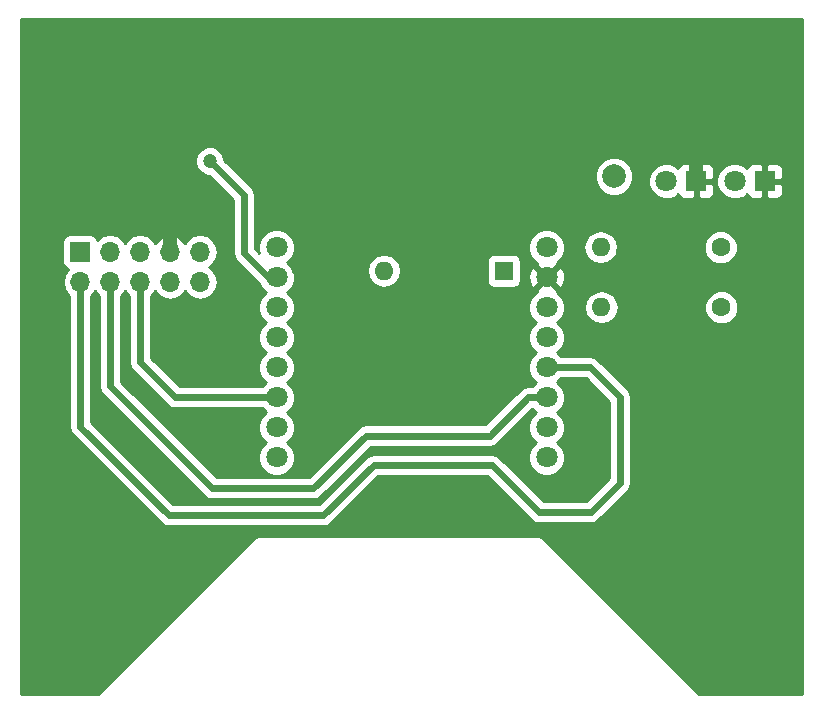
<source format=gbr>
G04 #@! TF.FileFunction,Copper,L1,Top,Signal*
%FSLAX46Y46*%
G04 Gerber Fmt 4.6, Leading zero omitted, Abs format (unit mm)*
G04 Created by KiCad (PCBNEW 4.0.2+dfsg1-stable) date mié 25 sep 2019 12:34:31 CEST*
%MOMM*%
G01*
G04 APERTURE LIST*
%ADD10C,0.100000*%
%ADD11R,1.800000X1.800000*%
%ADD12C,1.800000*%
%ADD13R,1.600000X1.600000*%
%ADD14O,1.600000X1.600000*%
%ADD15C,1.998980*%
%ADD16R,1.700000X1.700000*%
%ADD17O,1.700000X1.700000*%
%ADD18C,1.600000*%
%ADD19C,1.200000*%
%ADD20C,1.200000*%
%ADD21C,0.600000*%
%ADD22C,0.254000*%
G04 APERTURE END LIST*
D10*
D11*
X108712000Y-45821600D03*
D12*
X106172000Y-45821600D03*
D11*
X102920800Y-45821600D03*
D12*
X100380800Y-45821600D03*
D13*
X86639400Y-53416200D03*
D14*
X76479400Y-53416200D03*
D15*
X95961200Y-45415200D03*
D16*
X50761900Y-51816000D03*
D17*
X50761900Y-54356000D03*
X53301900Y-51816000D03*
X53301900Y-54356000D03*
X55841900Y-51816000D03*
X55841900Y-54356000D03*
X58381900Y-51816000D03*
X58381900Y-54356000D03*
X60921900Y-51816000D03*
X60921900Y-54356000D03*
D18*
X105054400Y-56515000D03*
D14*
X94894400Y-56515000D03*
D18*
X104990900Y-51435000D03*
D14*
X94830900Y-51435000D03*
D12*
X67398900Y-51435000D03*
X67398900Y-53975000D03*
X67398900Y-56515000D03*
X67398900Y-59055000D03*
X67398900Y-61595000D03*
X67398900Y-64135000D03*
X67398900Y-66675000D03*
X67398900Y-69215000D03*
X90258900Y-69215000D03*
X90258900Y-66675000D03*
X90258900Y-64135000D03*
X90258900Y-61595000D03*
X90258900Y-59055000D03*
X90258900Y-56515000D03*
X90258900Y-53975000D03*
X90258900Y-51435000D03*
D19*
X93827600Y-67462400D03*
X72694800Y-60706000D03*
X72694800Y-60731400D03*
X69570600Y-63804800D03*
X61747400Y-44119800D03*
D20*
X81711800Y-41173400D02*
X100609400Y-41173400D01*
X102920800Y-43484800D02*
X102920800Y-45821600D01*
X100609400Y-41173400D02*
X102920800Y-43484800D01*
X81711800Y-41173400D02*
X81711800Y-51689000D01*
X81711800Y-51689000D02*
X72694800Y-60706000D01*
X72694800Y-60731400D02*
X69621400Y-63804800D01*
X69621400Y-63804800D02*
X69570600Y-63804800D01*
X81711800Y-41173400D02*
X61468000Y-41173400D01*
X61468000Y-41173400D02*
X58381900Y-44259500D01*
X58381900Y-44259500D02*
X58381900Y-51816000D01*
D21*
X50761900Y-54356000D02*
X50761900Y-66611500D01*
X93954600Y-61595000D02*
X90258900Y-61595000D01*
X96469200Y-64109600D02*
X93954600Y-61595000D01*
X96469200Y-71374000D02*
X96469200Y-64109600D01*
X93980000Y-73863200D02*
X96469200Y-71374000D01*
X89611200Y-73863200D02*
X93980000Y-73863200D01*
X85598000Y-69850000D02*
X89611200Y-73863200D01*
X75628402Y-69850000D02*
X85598000Y-69850000D01*
X71361202Y-74117200D02*
X75628402Y-69850000D01*
X58267600Y-74117200D02*
X71361202Y-74117200D01*
X50761900Y-66611500D02*
X58267600Y-74117200D01*
X64617600Y-51892200D02*
X66700400Y-53975000D01*
X64617600Y-46990000D02*
X64617600Y-51892200D01*
X61747400Y-44119800D02*
X64617600Y-46990000D01*
X66700400Y-53975000D02*
X67398900Y-53975000D01*
X66852800Y-53975000D02*
X67398900Y-53975000D01*
X53301900Y-54356000D02*
X53301900Y-63207900D01*
X88671400Y-64135000D02*
X90258900Y-64135000D01*
X85445600Y-67360800D02*
X88671400Y-64135000D01*
X74980800Y-67360800D02*
X85445600Y-67360800D01*
X70510400Y-71831200D02*
X74980800Y-67360800D01*
X61925200Y-71831200D02*
X70510400Y-71831200D01*
X53301900Y-63207900D02*
X61925200Y-71831200D01*
X55841900Y-54356000D02*
X55841900Y-61175900D01*
X58801000Y-64135000D02*
X67398900Y-64135000D01*
X55841900Y-61175900D02*
X58801000Y-64135000D01*
D22*
G36*
X111913600Y-89206000D02*
X103164092Y-89206000D01*
X90062446Y-76104354D01*
X89832105Y-75950446D01*
X89560400Y-75896400D01*
X65887600Y-75896400D01*
X65615895Y-75950446D01*
X65385554Y-76104354D01*
X52283908Y-89206000D01*
X45769600Y-89206000D01*
X45769600Y-50966000D01*
X49264460Y-50966000D01*
X49264460Y-52666000D01*
X49308738Y-52901317D01*
X49447810Y-53117441D01*
X49660010Y-53262431D01*
X49716354Y-53273841D01*
X49711846Y-53276853D01*
X49389939Y-53758622D01*
X49276900Y-54326907D01*
X49276900Y-54385093D01*
X49389939Y-54953378D01*
X49711846Y-55435147D01*
X49826900Y-55512023D01*
X49826900Y-66611500D01*
X49898073Y-66969309D01*
X50100755Y-67272645D01*
X57606455Y-74778345D01*
X57909791Y-74981027D01*
X58267600Y-75052200D01*
X71361202Y-75052200D01*
X71719011Y-74981027D01*
X72022347Y-74778345D01*
X76015692Y-70785000D01*
X85210710Y-70785000D01*
X88950055Y-74524345D01*
X89253391Y-74727027D01*
X89611200Y-74798200D01*
X93980000Y-74798200D01*
X94337809Y-74727027D01*
X94641145Y-74524345D01*
X97130345Y-72035145D01*
X97333027Y-71731809D01*
X97404200Y-71374000D01*
X97404200Y-64109600D01*
X97333027Y-63751791D01*
X97130345Y-63448455D01*
X94615745Y-60933855D01*
X94312409Y-60731173D01*
X93954600Y-60660000D01*
X91494455Y-60660000D01*
X91159718Y-60324677D01*
X91559451Y-59925643D01*
X91793633Y-59361670D01*
X91794165Y-58751009D01*
X91560968Y-58186629D01*
X91159718Y-57784677D01*
X91559451Y-57385643D01*
X91793633Y-56821670D01*
X91793900Y-56515000D01*
X93431287Y-56515000D01*
X93540520Y-57064151D01*
X93851589Y-57529698D01*
X94317136Y-57840767D01*
X94866287Y-57950000D01*
X94922513Y-57950000D01*
X95471664Y-57840767D01*
X95937211Y-57529698D01*
X96248280Y-57064151D01*
X96300984Y-56799187D01*
X103619152Y-56799187D01*
X103837157Y-57326800D01*
X104240477Y-57730824D01*
X104767709Y-57949750D01*
X105338587Y-57950248D01*
X105866200Y-57732243D01*
X106270224Y-57328923D01*
X106489150Y-56801691D01*
X106489648Y-56230813D01*
X106271643Y-55703200D01*
X105868323Y-55299176D01*
X105341091Y-55080250D01*
X104770213Y-55079752D01*
X104242600Y-55297757D01*
X103838576Y-55701077D01*
X103619650Y-56228309D01*
X103619152Y-56799187D01*
X96300984Y-56799187D01*
X96357513Y-56515000D01*
X96248280Y-55965849D01*
X95937211Y-55500302D01*
X95471664Y-55189233D01*
X94922513Y-55080000D01*
X94866287Y-55080000D01*
X94317136Y-55189233D01*
X93851589Y-55500302D01*
X93540520Y-55965849D01*
X93431287Y-56515000D01*
X91793900Y-56515000D01*
X91794165Y-56211009D01*
X91560968Y-55646629D01*
X91129543Y-55214449D01*
X91108706Y-55205797D01*
X91159454Y-55055159D01*
X90258900Y-54154605D01*
X89358346Y-55055159D01*
X89408935Y-55205327D01*
X89390529Y-55212932D01*
X88958349Y-55644357D01*
X88724167Y-56208330D01*
X88723635Y-56818991D01*
X88956832Y-57383371D01*
X89358082Y-57785323D01*
X88958349Y-58184357D01*
X88724167Y-58748330D01*
X88723635Y-59358991D01*
X88956832Y-59923371D01*
X89358082Y-60325323D01*
X88958349Y-60724357D01*
X88724167Y-61288330D01*
X88723635Y-61898991D01*
X88956832Y-62463371D01*
X89358082Y-62865323D01*
X89022819Y-63200000D01*
X88671400Y-63200000D01*
X88313591Y-63271173D01*
X88010255Y-63473855D01*
X85058310Y-66425800D01*
X74980800Y-66425800D01*
X74622991Y-66496973D01*
X74319655Y-66699655D01*
X70123110Y-70896200D01*
X62312490Y-70896200D01*
X54236900Y-62820610D01*
X54236900Y-55512023D01*
X54351954Y-55435147D01*
X54571900Y-55105974D01*
X54791846Y-55435147D01*
X54906900Y-55512023D01*
X54906900Y-61175900D01*
X54978073Y-61533709D01*
X55180755Y-61837045D01*
X58139855Y-64796145D01*
X58443191Y-64998827D01*
X58801000Y-65070000D01*
X66163345Y-65070000D01*
X66498082Y-65405323D01*
X66098349Y-65804357D01*
X65864167Y-66368330D01*
X65863635Y-66978991D01*
X66096832Y-67543371D01*
X66498082Y-67945323D01*
X66098349Y-68344357D01*
X65864167Y-68908330D01*
X65863635Y-69518991D01*
X66096832Y-70083371D01*
X66528257Y-70515551D01*
X67092230Y-70749733D01*
X67702891Y-70750265D01*
X68267271Y-70517068D01*
X68699451Y-70085643D01*
X68933633Y-69521670D01*
X68934165Y-68911009D01*
X68700968Y-68346629D01*
X68299718Y-67944677D01*
X68699451Y-67545643D01*
X68933633Y-66981670D01*
X68934165Y-66371009D01*
X68700968Y-65806629D01*
X68299718Y-65404677D01*
X68699451Y-65005643D01*
X68933633Y-64441670D01*
X68934165Y-63831009D01*
X68700968Y-63266629D01*
X68299718Y-62864677D01*
X68699451Y-62465643D01*
X68933633Y-61901670D01*
X68934165Y-61291009D01*
X68700968Y-60726629D01*
X68299718Y-60324677D01*
X68699451Y-59925643D01*
X68933633Y-59361670D01*
X68934165Y-58751009D01*
X68700968Y-58186629D01*
X68299718Y-57784677D01*
X68699451Y-57385643D01*
X68933633Y-56821670D01*
X68934165Y-56211009D01*
X68700968Y-55646629D01*
X68299718Y-55244677D01*
X68699451Y-54845643D01*
X68933633Y-54281670D01*
X68934165Y-53671009D01*
X68828881Y-53416200D01*
X75016287Y-53416200D01*
X75125520Y-53965351D01*
X75436589Y-54430898D01*
X75902136Y-54741967D01*
X76451287Y-54851200D01*
X76507513Y-54851200D01*
X77056664Y-54741967D01*
X77522211Y-54430898D01*
X77833280Y-53965351D01*
X77942513Y-53416200D01*
X77833280Y-52867049D01*
X77665668Y-52616200D01*
X85191960Y-52616200D01*
X85191960Y-54216200D01*
X85236238Y-54451517D01*
X85375310Y-54667641D01*
X85587510Y-54812631D01*
X85839400Y-54863640D01*
X87439400Y-54863640D01*
X87674717Y-54819362D01*
X87890841Y-54680290D01*
X88035831Y-54468090D01*
X88086840Y-54216200D01*
X88086840Y-53734336D01*
X88712442Y-53734336D01*
X88738061Y-54344460D01*
X88922257Y-54789148D01*
X89178741Y-54875554D01*
X90079295Y-53975000D01*
X90438505Y-53975000D01*
X91339059Y-54875554D01*
X91595543Y-54789148D01*
X91805358Y-54215664D01*
X91779739Y-53605540D01*
X91595543Y-53160852D01*
X91339059Y-53074446D01*
X90438505Y-53975000D01*
X90079295Y-53975000D01*
X89178741Y-53074446D01*
X88922257Y-53160852D01*
X88712442Y-53734336D01*
X88086840Y-53734336D01*
X88086840Y-52616200D01*
X88042562Y-52380883D01*
X87903490Y-52164759D01*
X87691290Y-52019769D01*
X87439400Y-51968760D01*
X85839400Y-51968760D01*
X85604083Y-52013038D01*
X85387959Y-52152110D01*
X85242969Y-52364310D01*
X85191960Y-52616200D01*
X77665668Y-52616200D01*
X77522211Y-52401502D01*
X77056664Y-52090433D01*
X76507513Y-51981200D01*
X76451287Y-51981200D01*
X75902136Y-52090433D01*
X75436589Y-52401502D01*
X75125520Y-52867049D01*
X75016287Y-53416200D01*
X68828881Y-53416200D01*
X68700968Y-53106629D01*
X68299718Y-52704677D01*
X68699451Y-52305643D01*
X68933633Y-51741670D01*
X68933635Y-51738991D01*
X88723635Y-51738991D01*
X88956832Y-52303371D01*
X89388257Y-52735551D01*
X89409094Y-52744203D01*
X89358346Y-52894841D01*
X90258900Y-53795395D01*
X91159454Y-52894841D01*
X91108865Y-52744673D01*
X91127271Y-52737068D01*
X91559451Y-52305643D01*
X91793633Y-51741670D01*
X91793900Y-51435000D01*
X93367787Y-51435000D01*
X93477020Y-51984151D01*
X93788089Y-52449698D01*
X94253636Y-52760767D01*
X94802787Y-52870000D01*
X94859013Y-52870000D01*
X95408164Y-52760767D01*
X95873711Y-52449698D01*
X96184780Y-51984151D01*
X96237484Y-51719187D01*
X103555652Y-51719187D01*
X103773657Y-52246800D01*
X104176977Y-52650824D01*
X104704209Y-52869750D01*
X105275087Y-52870248D01*
X105802700Y-52652243D01*
X106206724Y-52248923D01*
X106425650Y-51721691D01*
X106426148Y-51150813D01*
X106208143Y-50623200D01*
X105804823Y-50219176D01*
X105277591Y-50000250D01*
X104706713Y-49999752D01*
X104179100Y-50217757D01*
X103775076Y-50621077D01*
X103556150Y-51148309D01*
X103555652Y-51719187D01*
X96237484Y-51719187D01*
X96294013Y-51435000D01*
X96184780Y-50885849D01*
X95873711Y-50420302D01*
X95408164Y-50109233D01*
X94859013Y-50000000D01*
X94802787Y-50000000D01*
X94253636Y-50109233D01*
X93788089Y-50420302D01*
X93477020Y-50885849D01*
X93367787Y-51435000D01*
X91793900Y-51435000D01*
X91794165Y-51131009D01*
X91560968Y-50566629D01*
X91129543Y-50134449D01*
X90565570Y-49900267D01*
X89954909Y-49899735D01*
X89390529Y-50132932D01*
X88958349Y-50564357D01*
X88724167Y-51128330D01*
X88723635Y-51738991D01*
X68933635Y-51738991D01*
X68934165Y-51131009D01*
X68700968Y-50566629D01*
X68269543Y-50134449D01*
X67705570Y-49900267D01*
X67094909Y-49899735D01*
X66530529Y-50132932D01*
X66098349Y-50564357D01*
X65864167Y-51128330D01*
X65863635Y-51738991D01*
X65917821Y-51870131D01*
X65552600Y-51504910D01*
X65552600Y-46990000D01*
X65481427Y-46632191D01*
X65278745Y-46328855D01*
X64688784Y-45738894D01*
X94326426Y-45738894D01*
X94574738Y-46339855D01*
X95034127Y-46800046D01*
X95634653Y-47049406D01*
X96284894Y-47049974D01*
X96885855Y-46801662D01*
X97346046Y-46342273D01*
X97436020Y-46125591D01*
X98845535Y-46125591D01*
X99078732Y-46689971D01*
X99510157Y-47122151D01*
X100074130Y-47356333D01*
X100684791Y-47356865D01*
X101249171Y-47123668D01*
X101426641Y-46946508D01*
X101482473Y-47081299D01*
X101661102Y-47259927D01*
X101894491Y-47356600D01*
X102635050Y-47356600D01*
X102793800Y-47197850D01*
X102793800Y-45948600D01*
X103047800Y-45948600D01*
X103047800Y-47197850D01*
X103206550Y-47356600D01*
X103947109Y-47356600D01*
X104180498Y-47259927D01*
X104359127Y-47081299D01*
X104455800Y-46847910D01*
X104455800Y-46125591D01*
X104636735Y-46125591D01*
X104869932Y-46689971D01*
X105301357Y-47122151D01*
X105865330Y-47356333D01*
X106475991Y-47356865D01*
X107040371Y-47123668D01*
X107217841Y-46946508D01*
X107273673Y-47081299D01*
X107452302Y-47259927D01*
X107685691Y-47356600D01*
X108426250Y-47356600D01*
X108585000Y-47197850D01*
X108585000Y-45948600D01*
X108839000Y-45948600D01*
X108839000Y-47197850D01*
X108997750Y-47356600D01*
X109738309Y-47356600D01*
X109971698Y-47259927D01*
X110150327Y-47081299D01*
X110247000Y-46847910D01*
X110247000Y-46107350D01*
X110088250Y-45948600D01*
X108839000Y-45948600D01*
X108585000Y-45948600D01*
X108565000Y-45948600D01*
X108565000Y-45694600D01*
X108585000Y-45694600D01*
X108585000Y-44445350D01*
X108839000Y-44445350D01*
X108839000Y-45694600D01*
X110088250Y-45694600D01*
X110247000Y-45535850D01*
X110247000Y-44795290D01*
X110150327Y-44561901D01*
X109971698Y-44383273D01*
X109738309Y-44286600D01*
X108997750Y-44286600D01*
X108839000Y-44445350D01*
X108585000Y-44445350D01*
X108426250Y-44286600D01*
X107685691Y-44286600D01*
X107452302Y-44383273D01*
X107273673Y-44561901D01*
X107217881Y-44696594D01*
X107042643Y-44521049D01*
X106478670Y-44286867D01*
X105868009Y-44286335D01*
X105303629Y-44519532D01*
X104871449Y-44950957D01*
X104637267Y-45514930D01*
X104636735Y-46125591D01*
X104455800Y-46125591D01*
X104455800Y-46107350D01*
X104297050Y-45948600D01*
X103047800Y-45948600D01*
X102793800Y-45948600D01*
X102773800Y-45948600D01*
X102773800Y-45694600D01*
X102793800Y-45694600D01*
X102793800Y-44445350D01*
X103047800Y-44445350D01*
X103047800Y-45694600D01*
X104297050Y-45694600D01*
X104455800Y-45535850D01*
X104455800Y-44795290D01*
X104359127Y-44561901D01*
X104180498Y-44383273D01*
X103947109Y-44286600D01*
X103206550Y-44286600D01*
X103047800Y-44445350D01*
X102793800Y-44445350D01*
X102635050Y-44286600D01*
X101894491Y-44286600D01*
X101661102Y-44383273D01*
X101482473Y-44561901D01*
X101426681Y-44696594D01*
X101251443Y-44521049D01*
X100687470Y-44286867D01*
X100076809Y-44286335D01*
X99512429Y-44519532D01*
X99080249Y-44950957D01*
X98846067Y-45514930D01*
X98845535Y-46125591D01*
X97436020Y-46125591D01*
X97595406Y-45741747D01*
X97595974Y-45091506D01*
X97347662Y-44490545D01*
X96888273Y-44030354D01*
X96287747Y-43780994D01*
X95637506Y-43780426D01*
X95036545Y-44028738D01*
X94576354Y-44488127D01*
X94326994Y-45088653D01*
X94326426Y-45738894D01*
X64688784Y-45738894D01*
X62982477Y-44032587D01*
X62982614Y-43875221D01*
X62794992Y-43421143D01*
X62447885Y-43073429D01*
X61994134Y-42885015D01*
X61502821Y-42884586D01*
X61048743Y-43072208D01*
X60701029Y-43419315D01*
X60512615Y-43873066D01*
X60512186Y-44364379D01*
X60699808Y-44818457D01*
X61046915Y-45166171D01*
X61500666Y-45354585D01*
X61660034Y-45354724D01*
X63682600Y-47377290D01*
X63682600Y-51892200D01*
X63753773Y-52250009D01*
X63956455Y-52553345D01*
X65991459Y-54588349D01*
X66096832Y-54843371D01*
X66498082Y-55245323D01*
X66098349Y-55644357D01*
X65864167Y-56208330D01*
X65863635Y-56818991D01*
X66096832Y-57383371D01*
X66498082Y-57785323D01*
X66098349Y-58184357D01*
X65864167Y-58748330D01*
X65863635Y-59358991D01*
X66096832Y-59923371D01*
X66498082Y-60325323D01*
X66098349Y-60724357D01*
X65864167Y-61288330D01*
X65863635Y-61898991D01*
X66096832Y-62463371D01*
X66498082Y-62865323D01*
X66162819Y-63200000D01*
X59188290Y-63200000D01*
X56776900Y-60788610D01*
X56776900Y-55512023D01*
X56891954Y-55435147D01*
X57111900Y-55105974D01*
X57331846Y-55435147D01*
X57813615Y-55757054D01*
X58381900Y-55870093D01*
X58950185Y-55757054D01*
X59431954Y-55435147D01*
X59651900Y-55105974D01*
X59871846Y-55435147D01*
X60353615Y-55757054D01*
X60921900Y-55870093D01*
X61490185Y-55757054D01*
X61971954Y-55435147D01*
X62293861Y-54953378D01*
X62406900Y-54385093D01*
X62406900Y-54326907D01*
X62293861Y-53758622D01*
X61971954Y-53276853D01*
X61686322Y-53086000D01*
X61971954Y-52895147D01*
X62293861Y-52413378D01*
X62406900Y-51845093D01*
X62406900Y-51786907D01*
X62293861Y-51218622D01*
X61971954Y-50736853D01*
X61490185Y-50414946D01*
X60921900Y-50301907D01*
X60353615Y-50414946D01*
X59871846Y-50736853D01*
X59644198Y-51077553D01*
X59577083Y-50934642D01*
X59148824Y-50544355D01*
X58738790Y-50374524D01*
X58508900Y-50495845D01*
X58508900Y-51689000D01*
X58528900Y-51689000D01*
X58528900Y-51943000D01*
X58508900Y-51943000D01*
X58508900Y-51963000D01*
X58254900Y-51963000D01*
X58254900Y-51943000D01*
X58234900Y-51943000D01*
X58234900Y-51689000D01*
X58254900Y-51689000D01*
X58254900Y-50495845D01*
X58025010Y-50374524D01*
X57614976Y-50544355D01*
X57186717Y-50934642D01*
X57119602Y-51077553D01*
X56891954Y-50736853D01*
X56410185Y-50414946D01*
X55841900Y-50301907D01*
X55273615Y-50414946D01*
X54791846Y-50736853D01*
X54571900Y-51066026D01*
X54351954Y-50736853D01*
X53870185Y-50414946D01*
X53301900Y-50301907D01*
X52733615Y-50414946D01*
X52251846Y-50736853D01*
X52224050Y-50778452D01*
X52215062Y-50730683D01*
X52075990Y-50514559D01*
X51863790Y-50369569D01*
X51611900Y-50318560D01*
X49911900Y-50318560D01*
X49676583Y-50362838D01*
X49460459Y-50501910D01*
X49315469Y-50714110D01*
X49264460Y-50966000D01*
X45769600Y-50966000D01*
X45769600Y-32053600D01*
X111913600Y-32053600D01*
X111913600Y-89206000D01*
X111913600Y-89206000D01*
G37*
X111913600Y-89206000D02*
X103164092Y-89206000D01*
X90062446Y-76104354D01*
X89832105Y-75950446D01*
X89560400Y-75896400D01*
X65887600Y-75896400D01*
X65615895Y-75950446D01*
X65385554Y-76104354D01*
X52283908Y-89206000D01*
X45769600Y-89206000D01*
X45769600Y-50966000D01*
X49264460Y-50966000D01*
X49264460Y-52666000D01*
X49308738Y-52901317D01*
X49447810Y-53117441D01*
X49660010Y-53262431D01*
X49716354Y-53273841D01*
X49711846Y-53276853D01*
X49389939Y-53758622D01*
X49276900Y-54326907D01*
X49276900Y-54385093D01*
X49389939Y-54953378D01*
X49711846Y-55435147D01*
X49826900Y-55512023D01*
X49826900Y-66611500D01*
X49898073Y-66969309D01*
X50100755Y-67272645D01*
X57606455Y-74778345D01*
X57909791Y-74981027D01*
X58267600Y-75052200D01*
X71361202Y-75052200D01*
X71719011Y-74981027D01*
X72022347Y-74778345D01*
X76015692Y-70785000D01*
X85210710Y-70785000D01*
X88950055Y-74524345D01*
X89253391Y-74727027D01*
X89611200Y-74798200D01*
X93980000Y-74798200D01*
X94337809Y-74727027D01*
X94641145Y-74524345D01*
X97130345Y-72035145D01*
X97333027Y-71731809D01*
X97404200Y-71374000D01*
X97404200Y-64109600D01*
X97333027Y-63751791D01*
X97130345Y-63448455D01*
X94615745Y-60933855D01*
X94312409Y-60731173D01*
X93954600Y-60660000D01*
X91494455Y-60660000D01*
X91159718Y-60324677D01*
X91559451Y-59925643D01*
X91793633Y-59361670D01*
X91794165Y-58751009D01*
X91560968Y-58186629D01*
X91159718Y-57784677D01*
X91559451Y-57385643D01*
X91793633Y-56821670D01*
X91793900Y-56515000D01*
X93431287Y-56515000D01*
X93540520Y-57064151D01*
X93851589Y-57529698D01*
X94317136Y-57840767D01*
X94866287Y-57950000D01*
X94922513Y-57950000D01*
X95471664Y-57840767D01*
X95937211Y-57529698D01*
X96248280Y-57064151D01*
X96300984Y-56799187D01*
X103619152Y-56799187D01*
X103837157Y-57326800D01*
X104240477Y-57730824D01*
X104767709Y-57949750D01*
X105338587Y-57950248D01*
X105866200Y-57732243D01*
X106270224Y-57328923D01*
X106489150Y-56801691D01*
X106489648Y-56230813D01*
X106271643Y-55703200D01*
X105868323Y-55299176D01*
X105341091Y-55080250D01*
X104770213Y-55079752D01*
X104242600Y-55297757D01*
X103838576Y-55701077D01*
X103619650Y-56228309D01*
X103619152Y-56799187D01*
X96300984Y-56799187D01*
X96357513Y-56515000D01*
X96248280Y-55965849D01*
X95937211Y-55500302D01*
X95471664Y-55189233D01*
X94922513Y-55080000D01*
X94866287Y-55080000D01*
X94317136Y-55189233D01*
X93851589Y-55500302D01*
X93540520Y-55965849D01*
X93431287Y-56515000D01*
X91793900Y-56515000D01*
X91794165Y-56211009D01*
X91560968Y-55646629D01*
X91129543Y-55214449D01*
X91108706Y-55205797D01*
X91159454Y-55055159D01*
X90258900Y-54154605D01*
X89358346Y-55055159D01*
X89408935Y-55205327D01*
X89390529Y-55212932D01*
X88958349Y-55644357D01*
X88724167Y-56208330D01*
X88723635Y-56818991D01*
X88956832Y-57383371D01*
X89358082Y-57785323D01*
X88958349Y-58184357D01*
X88724167Y-58748330D01*
X88723635Y-59358991D01*
X88956832Y-59923371D01*
X89358082Y-60325323D01*
X88958349Y-60724357D01*
X88724167Y-61288330D01*
X88723635Y-61898991D01*
X88956832Y-62463371D01*
X89358082Y-62865323D01*
X89022819Y-63200000D01*
X88671400Y-63200000D01*
X88313591Y-63271173D01*
X88010255Y-63473855D01*
X85058310Y-66425800D01*
X74980800Y-66425800D01*
X74622991Y-66496973D01*
X74319655Y-66699655D01*
X70123110Y-70896200D01*
X62312490Y-70896200D01*
X54236900Y-62820610D01*
X54236900Y-55512023D01*
X54351954Y-55435147D01*
X54571900Y-55105974D01*
X54791846Y-55435147D01*
X54906900Y-55512023D01*
X54906900Y-61175900D01*
X54978073Y-61533709D01*
X55180755Y-61837045D01*
X58139855Y-64796145D01*
X58443191Y-64998827D01*
X58801000Y-65070000D01*
X66163345Y-65070000D01*
X66498082Y-65405323D01*
X66098349Y-65804357D01*
X65864167Y-66368330D01*
X65863635Y-66978991D01*
X66096832Y-67543371D01*
X66498082Y-67945323D01*
X66098349Y-68344357D01*
X65864167Y-68908330D01*
X65863635Y-69518991D01*
X66096832Y-70083371D01*
X66528257Y-70515551D01*
X67092230Y-70749733D01*
X67702891Y-70750265D01*
X68267271Y-70517068D01*
X68699451Y-70085643D01*
X68933633Y-69521670D01*
X68934165Y-68911009D01*
X68700968Y-68346629D01*
X68299718Y-67944677D01*
X68699451Y-67545643D01*
X68933633Y-66981670D01*
X68934165Y-66371009D01*
X68700968Y-65806629D01*
X68299718Y-65404677D01*
X68699451Y-65005643D01*
X68933633Y-64441670D01*
X68934165Y-63831009D01*
X68700968Y-63266629D01*
X68299718Y-62864677D01*
X68699451Y-62465643D01*
X68933633Y-61901670D01*
X68934165Y-61291009D01*
X68700968Y-60726629D01*
X68299718Y-60324677D01*
X68699451Y-59925643D01*
X68933633Y-59361670D01*
X68934165Y-58751009D01*
X68700968Y-58186629D01*
X68299718Y-57784677D01*
X68699451Y-57385643D01*
X68933633Y-56821670D01*
X68934165Y-56211009D01*
X68700968Y-55646629D01*
X68299718Y-55244677D01*
X68699451Y-54845643D01*
X68933633Y-54281670D01*
X68934165Y-53671009D01*
X68828881Y-53416200D01*
X75016287Y-53416200D01*
X75125520Y-53965351D01*
X75436589Y-54430898D01*
X75902136Y-54741967D01*
X76451287Y-54851200D01*
X76507513Y-54851200D01*
X77056664Y-54741967D01*
X77522211Y-54430898D01*
X77833280Y-53965351D01*
X77942513Y-53416200D01*
X77833280Y-52867049D01*
X77665668Y-52616200D01*
X85191960Y-52616200D01*
X85191960Y-54216200D01*
X85236238Y-54451517D01*
X85375310Y-54667641D01*
X85587510Y-54812631D01*
X85839400Y-54863640D01*
X87439400Y-54863640D01*
X87674717Y-54819362D01*
X87890841Y-54680290D01*
X88035831Y-54468090D01*
X88086840Y-54216200D01*
X88086840Y-53734336D01*
X88712442Y-53734336D01*
X88738061Y-54344460D01*
X88922257Y-54789148D01*
X89178741Y-54875554D01*
X90079295Y-53975000D01*
X90438505Y-53975000D01*
X91339059Y-54875554D01*
X91595543Y-54789148D01*
X91805358Y-54215664D01*
X91779739Y-53605540D01*
X91595543Y-53160852D01*
X91339059Y-53074446D01*
X90438505Y-53975000D01*
X90079295Y-53975000D01*
X89178741Y-53074446D01*
X88922257Y-53160852D01*
X88712442Y-53734336D01*
X88086840Y-53734336D01*
X88086840Y-52616200D01*
X88042562Y-52380883D01*
X87903490Y-52164759D01*
X87691290Y-52019769D01*
X87439400Y-51968760D01*
X85839400Y-51968760D01*
X85604083Y-52013038D01*
X85387959Y-52152110D01*
X85242969Y-52364310D01*
X85191960Y-52616200D01*
X77665668Y-52616200D01*
X77522211Y-52401502D01*
X77056664Y-52090433D01*
X76507513Y-51981200D01*
X76451287Y-51981200D01*
X75902136Y-52090433D01*
X75436589Y-52401502D01*
X75125520Y-52867049D01*
X75016287Y-53416200D01*
X68828881Y-53416200D01*
X68700968Y-53106629D01*
X68299718Y-52704677D01*
X68699451Y-52305643D01*
X68933633Y-51741670D01*
X68933635Y-51738991D01*
X88723635Y-51738991D01*
X88956832Y-52303371D01*
X89388257Y-52735551D01*
X89409094Y-52744203D01*
X89358346Y-52894841D01*
X90258900Y-53795395D01*
X91159454Y-52894841D01*
X91108865Y-52744673D01*
X91127271Y-52737068D01*
X91559451Y-52305643D01*
X91793633Y-51741670D01*
X91793900Y-51435000D01*
X93367787Y-51435000D01*
X93477020Y-51984151D01*
X93788089Y-52449698D01*
X94253636Y-52760767D01*
X94802787Y-52870000D01*
X94859013Y-52870000D01*
X95408164Y-52760767D01*
X95873711Y-52449698D01*
X96184780Y-51984151D01*
X96237484Y-51719187D01*
X103555652Y-51719187D01*
X103773657Y-52246800D01*
X104176977Y-52650824D01*
X104704209Y-52869750D01*
X105275087Y-52870248D01*
X105802700Y-52652243D01*
X106206724Y-52248923D01*
X106425650Y-51721691D01*
X106426148Y-51150813D01*
X106208143Y-50623200D01*
X105804823Y-50219176D01*
X105277591Y-50000250D01*
X104706713Y-49999752D01*
X104179100Y-50217757D01*
X103775076Y-50621077D01*
X103556150Y-51148309D01*
X103555652Y-51719187D01*
X96237484Y-51719187D01*
X96294013Y-51435000D01*
X96184780Y-50885849D01*
X95873711Y-50420302D01*
X95408164Y-50109233D01*
X94859013Y-50000000D01*
X94802787Y-50000000D01*
X94253636Y-50109233D01*
X93788089Y-50420302D01*
X93477020Y-50885849D01*
X93367787Y-51435000D01*
X91793900Y-51435000D01*
X91794165Y-51131009D01*
X91560968Y-50566629D01*
X91129543Y-50134449D01*
X90565570Y-49900267D01*
X89954909Y-49899735D01*
X89390529Y-50132932D01*
X88958349Y-50564357D01*
X88724167Y-51128330D01*
X88723635Y-51738991D01*
X68933635Y-51738991D01*
X68934165Y-51131009D01*
X68700968Y-50566629D01*
X68269543Y-50134449D01*
X67705570Y-49900267D01*
X67094909Y-49899735D01*
X66530529Y-50132932D01*
X66098349Y-50564357D01*
X65864167Y-51128330D01*
X65863635Y-51738991D01*
X65917821Y-51870131D01*
X65552600Y-51504910D01*
X65552600Y-46990000D01*
X65481427Y-46632191D01*
X65278745Y-46328855D01*
X64688784Y-45738894D01*
X94326426Y-45738894D01*
X94574738Y-46339855D01*
X95034127Y-46800046D01*
X95634653Y-47049406D01*
X96284894Y-47049974D01*
X96885855Y-46801662D01*
X97346046Y-46342273D01*
X97436020Y-46125591D01*
X98845535Y-46125591D01*
X99078732Y-46689971D01*
X99510157Y-47122151D01*
X100074130Y-47356333D01*
X100684791Y-47356865D01*
X101249171Y-47123668D01*
X101426641Y-46946508D01*
X101482473Y-47081299D01*
X101661102Y-47259927D01*
X101894491Y-47356600D01*
X102635050Y-47356600D01*
X102793800Y-47197850D01*
X102793800Y-45948600D01*
X103047800Y-45948600D01*
X103047800Y-47197850D01*
X103206550Y-47356600D01*
X103947109Y-47356600D01*
X104180498Y-47259927D01*
X104359127Y-47081299D01*
X104455800Y-46847910D01*
X104455800Y-46125591D01*
X104636735Y-46125591D01*
X104869932Y-46689971D01*
X105301357Y-47122151D01*
X105865330Y-47356333D01*
X106475991Y-47356865D01*
X107040371Y-47123668D01*
X107217841Y-46946508D01*
X107273673Y-47081299D01*
X107452302Y-47259927D01*
X107685691Y-47356600D01*
X108426250Y-47356600D01*
X108585000Y-47197850D01*
X108585000Y-45948600D01*
X108839000Y-45948600D01*
X108839000Y-47197850D01*
X108997750Y-47356600D01*
X109738309Y-47356600D01*
X109971698Y-47259927D01*
X110150327Y-47081299D01*
X110247000Y-46847910D01*
X110247000Y-46107350D01*
X110088250Y-45948600D01*
X108839000Y-45948600D01*
X108585000Y-45948600D01*
X108565000Y-45948600D01*
X108565000Y-45694600D01*
X108585000Y-45694600D01*
X108585000Y-44445350D01*
X108839000Y-44445350D01*
X108839000Y-45694600D01*
X110088250Y-45694600D01*
X110247000Y-45535850D01*
X110247000Y-44795290D01*
X110150327Y-44561901D01*
X109971698Y-44383273D01*
X109738309Y-44286600D01*
X108997750Y-44286600D01*
X108839000Y-44445350D01*
X108585000Y-44445350D01*
X108426250Y-44286600D01*
X107685691Y-44286600D01*
X107452302Y-44383273D01*
X107273673Y-44561901D01*
X107217881Y-44696594D01*
X107042643Y-44521049D01*
X106478670Y-44286867D01*
X105868009Y-44286335D01*
X105303629Y-44519532D01*
X104871449Y-44950957D01*
X104637267Y-45514930D01*
X104636735Y-46125591D01*
X104455800Y-46125591D01*
X104455800Y-46107350D01*
X104297050Y-45948600D01*
X103047800Y-45948600D01*
X102793800Y-45948600D01*
X102773800Y-45948600D01*
X102773800Y-45694600D01*
X102793800Y-45694600D01*
X102793800Y-44445350D01*
X103047800Y-44445350D01*
X103047800Y-45694600D01*
X104297050Y-45694600D01*
X104455800Y-45535850D01*
X104455800Y-44795290D01*
X104359127Y-44561901D01*
X104180498Y-44383273D01*
X103947109Y-44286600D01*
X103206550Y-44286600D01*
X103047800Y-44445350D01*
X102793800Y-44445350D01*
X102635050Y-44286600D01*
X101894491Y-44286600D01*
X101661102Y-44383273D01*
X101482473Y-44561901D01*
X101426681Y-44696594D01*
X101251443Y-44521049D01*
X100687470Y-44286867D01*
X100076809Y-44286335D01*
X99512429Y-44519532D01*
X99080249Y-44950957D01*
X98846067Y-45514930D01*
X98845535Y-46125591D01*
X97436020Y-46125591D01*
X97595406Y-45741747D01*
X97595974Y-45091506D01*
X97347662Y-44490545D01*
X96888273Y-44030354D01*
X96287747Y-43780994D01*
X95637506Y-43780426D01*
X95036545Y-44028738D01*
X94576354Y-44488127D01*
X94326994Y-45088653D01*
X94326426Y-45738894D01*
X64688784Y-45738894D01*
X62982477Y-44032587D01*
X62982614Y-43875221D01*
X62794992Y-43421143D01*
X62447885Y-43073429D01*
X61994134Y-42885015D01*
X61502821Y-42884586D01*
X61048743Y-43072208D01*
X60701029Y-43419315D01*
X60512615Y-43873066D01*
X60512186Y-44364379D01*
X60699808Y-44818457D01*
X61046915Y-45166171D01*
X61500666Y-45354585D01*
X61660034Y-45354724D01*
X63682600Y-47377290D01*
X63682600Y-51892200D01*
X63753773Y-52250009D01*
X63956455Y-52553345D01*
X65991459Y-54588349D01*
X66096832Y-54843371D01*
X66498082Y-55245323D01*
X66098349Y-55644357D01*
X65864167Y-56208330D01*
X65863635Y-56818991D01*
X66096832Y-57383371D01*
X66498082Y-57785323D01*
X66098349Y-58184357D01*
X65864167Y-58748330D01*
X65863635Y-59358991D01*
X66096832Y-59923371D01*
X66498082Y-60325323D01*
X66098349Y-60724357D01*
X65864167Y-61288330D01*
X65863635Y-61898991D01*
X66096832Y-62463371D01*
X66498082Y-62865323D01*
X66162819Y-63200000D01*
X59188290Y-63200000D01*
X56776900Y-60788610D01*
X56776900Y-55512023D01*
X56891954Y-55435147D01*
X57111900Y-55105974D01*
X57331846Y-55435147D01*
X57813615Y-55757054D01*
X58381900Y-55870093D01*
X58950185Y-55757054D01*
X59431954Y-55435147D01*
X59651900Y-55105974D01*
X59871846Y-55435147D01*
X60353615Y-55757054D01*
X60921900Y-55870093D01*
X61490185Y-55757054D01*
X61971954Y-55435147D01*
X62293861Y-54953378D01*
X62406900Y-54385093D01*
X62406900Y-54326907D01*
X62293861Y-53758622D01*
X61971954Y-53276853D01*
X61686322Y-53086000D01*
X61971954Y-52895147D01*
X62293861Y-52413378D01*
X62406900Y-51845093D01*
X62406900Y-51786907D01*
X62293861Y-51218622D01*
X61971954Y-50736853D01*
X61490185Y-50414946D01*
X60921900Y-50301907D01*
X60353615Y-50414946D01*
X59871846Y-50736853D01*
X59644198Y-51077553D01*
X59577083Y-50934642D01*
X59148824Y-50544355D01*
X58738790Y-50374524D01*
X58508900Y-50495845D01*
X58508900Y-51689000D01*
X58528900Y-51689000D01*
X58528900Y-51943000D01*
X58508900Y-51943000D01*
X58508900Y-51963000D01*
X58254900Y-51963000D01*
X58254900Y-51943000D01*
X58234900Y-51943000D01*
X58234900Y-51689000D01*
X58254900Y-51689000D01*
X58254900Y-50495845D01*
X58025010Y-50374524D01*
X57614976Y-50544355D01*
X57186717Y-50934642D01*
X57119602Y-51077553D01*
X56891954Y-50736853D01*
X56410185Y-50414946D01*
X55841900Y-50301907D01*
X55273615Y-50414946D01*
X54791846Y-50736853D01*
X54571900Y-51066026D01*
X54351954Y-50736853D01*
X53870185Y-50414946D01*
X53301900Y-50301907D01*
X52733615Y-50414946D01*
X52251846Y-50736853D01*
X52224050Y-50778452D01*
X52215062Y-50730683D01*
X52075990Y-50514559D01*
X51863790Y-50369569D01*
X51611900Y-50318560D01*
X49911900Y-50318560D01*
X49676583Y-50362838D01*
X49460459Y-50501910D01*
X49315469Y-50714110D01*
X49264460Y-50966000D01*
X45769600Y-50966000D01*
X45769600Y-32053600D01*
X111913600Y-32053600D01*
X111913600Y-89206000D01*
G36*
X52251846Y-55435147D02*
X52366900Y-55512023D01*
X52366900Y-63207900D01*
X52438073Y-63565709D01*
X52640755Y-63869045D01*
X61264055Y-72492345D01*
X61567391Y-72695027D01*
X61925200Y-72766200D01*
X70510400Y-72766200D01*
X70868209Y-72695027D01*
X71171545Y-72492345D01*
X75368090Y-68295800D01*
X85445600Y-68295800D01*
X85803409Y-68224627D01*
X86106745Y-68021945D01*
X89041002Y-65087688D01*
X89358082Y-65405323D01*
X88958349Y-65804357D01*
X88724167Y-66368330D01*
X88723635Y-66978991D01*
X88956832Y-67543371D01*
X89358082Y-67945323D01*
X88958349Y-68344357D01*
X88724167Y-68908330D01*
X88723635Y-69518991D01*
X88956832Y-70083371D01*
X89388257Y-70515551D01*
X89952230Y-70749733D01*
X90562891Y-70750265D01*
X91127271Y-70517068D01*
X91559451Y-70085643D01*
X91793633Y-69521670D01*
X91794165Y-68911009D01*
X91560968Y-68346629D01*
X91159718Y-67944677D01*
X91559451Y-67545643D01*
X91793633Y-66981670D01*
X91794165Y-66371009D01*
X91560968Y-65806629D01*
X91159718Y-65404677D01*
X91559451Y-65005643D01*
X91793633Y-64441670D01*
X91794165Y-63831009D01*
X91560968Y-63266629D01*
X91159718Y-62864677D01*
X91494981Y-62530000D01*
X93567310Y-62530000D01*
X95534200Y-64496890D01*
X95534200Y-70986710D01*
X93592710Y-72928200D01*
X89998490Y-72928200D01*
X86259145Y-69188855D01*
X85955809Y-68986173D01*
X85598000Y-68915000D01*
X75628402Y-68915000D01*
X75270593Y-68986173D01*
X74967257Y-69188855D01*
X70973912Y-73182200D01*
X58654890Y-73182200D01*
X51696900Y-66224210D01*
X51696900Y-55512023D01*
X51811954Y-55435147D01*
X52031900Y-55105974D01*
X52251846Y-55435147D01*
X52251846Y-55435147D01*
G37*
X52251846Y-55435147D02*
X52366900Y-55512023D01*
X52366900Y-63207900D01*
X52438073Y-63565709D01*
X52640755Y-63869045D01*
X61264055Y-72492345D01*
X61567391Y-72695027D01*
X61925200Y-72766200D01*
X70510400Y-72766200D01*
X70868209Y-72695027D01*
X71171545Y-72492345D01*
X75368090Y-68295800D01*
X85445600Y-68295800D01*
X85803409Y-68224627D01*
X86106745Y-68021945D01*
X89041002Y-65087688D01*
X89358082Y-65405323D01*
X88958349Y-65804357D01*
X88724167Y-66368330D01*
X88723635Y-66978991D01*
X88956832Y-67543371D01*
X89358082Y-67945323D01*
X88958349Y-68344357D01*
X88724167Y-68908330D01*
X88723635Y-69518991D01*
X88956832Y-70083371D01*
X89388257Y-70515551D01*
X89952230Y-70749733D01*
X90562891Y-70750265D01*
X91127271Y-70517068D01*
X91559451Y-70085643D01*
X91793633Y-69521670D01*
X91794165Y-68911009D01*
X91560968Y-68346629D01*
X91159718Y-67944677D01*
X91559451Y-67545643D01*
X91793633Y-66981670D01*
X91794165Y-66371009D01*
X91560968Y-65806629D01*
X91159718Y-65404677D01*
X91559451Y-65005643D01*
X91793633Y-64441670D01*
X91794165Y-63831009D01*
X91560968Y-63266629D01*
X91159718Y-62864677D01*
X91494981Y-62530000D01*
X93567310Y-62530000D01*
X95534200Y-64496890D01*
X95534200Y-70986710D01*
X93592710Y-72928200D01*
X89998490Y-72928200D01*
X86259145Y-69188855D01*
X85955809Y-68986173D01*
X85598000Y-68915000D01*
X75628402Y-68915000D01*
X75270593Y-68986173D01*
X74967257Y-69188855D01*
X70973912Y-73182200D01*
X58654890Y-73182200D01*
X51696900Y-66224210D01*
X51696900Y-55512023D01*
X51811954Y-55435147D01*
X52031900Y-55105974D01*
X52251846Y-55435147D01*
M02*

</source>
